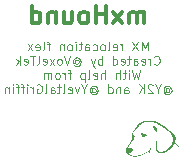
<source format=gbr>
%TF.GenerationSoftware,KiCad,Pcbnew,8.99.0-unknown-0a89236f19~177~ubuntu22.04.1*%
%TF.CreationDate,2024-04-01T21:40:26+10:00*%
%TF.ProjectId,MXBreakout,4d584272-6561-46b6-9f75-742e6b696361,rev?*%
%TF.SameCoordinates,Original*%
%TF.FileFunction,Legend,Bot*%
%TF.FilePolarity,Positive*%
%FSLAX46Y46*%
G04 Gerber Fmt 4.6, Leading zero omitted, Abs format (unit mm)*
G04 Created by KiCad (PCBNEW 8.99.0-unknown-0a89236f19~177~ubuntu22.04.1) date 2024-04-01 21:40:26*
%MOMM*%
%LPD*%
G01*
G04 APERTURE LIST*
%ADD10C,0.000000*%
%ADD11C,0.300000*%
%ADD12C,0.100000*%
G04 APERTURE END LIST*
D10*
G36*
X69289914Y-58333280D02*
G01*
X69317573Y-58334224D01*
X69343475Y-58335634D01*
X69366045Y-58337466D01*
X69383708Y-58339675D01*
X69429959Y-58348227D01*
X69452915Y-58353323D01*
X69475905Y-58359017D01*
X69499039Y-58365350D01*
X69522429Y-58372361D01*
X69570416Y-58388578D01*
X69620752Y-58407987D01*
X69674320Y-58430906D01*
X69732006Y-58457653D01*
X69794694Y-58488547D01*
X69891664Y-58539504D01*
X69992669Y-58596563D01*
X70097014Y-58659278D01*
X70204005Y-58727201D01*
X70312947Y-58799887D01*
X70423146Y-58876889D01*
X70533907Y-58957761D01*
X70644536Y-59042055D01*
X70723496Y-59104347D01*
X70799102Y-59166001D01*
X70870352Y-59226118D01*
X70936239Y-59283796D01*
X70995760Y-59338134D01*
X71047910Y-59388229D01*
X71070907Y-59411405D01*
X71091684Y-59433182D01*
X71110116Y-59453449D01*
X71126078Y-59472091D01*
X71139085Y-59488242D01*
X71151392Y-59504430D01*
X71163006Y-59520675D01*
X71173940Y-59536997D01*
X71184201Y-59553416D01*
X71193801Y-59569952D01*
X71202748Y-59586626D01*
X71211053Y-59603457D01*
X71218726Y-59620466D01*
X71225775Y-59637673D01*
X71232212Y-59655098D01*
X71238046Y-59672761D01*
X71243287Y-59690683D01*
X71247944Y-59708883D01*
X71252027Y-59727382D01*
X71255547Y-59746200D01*
X71257786Y-59759644D01*
X71259505Y-59771732D01*
X71260744Y-59783357D01*
X71261545Y-59795412D01*
X71261948Y-59808790D01*
X71261997Y-59824384D01*
X71261731Y-59843087D01*
X71261192Y-59865791D01*
X71259660Y-59902329D01*
X71258428Y-59919986D01*
X71256876Y-59937295D01*
X71254994Y-59954298D01*
X71252777Y-59971038D01*
X71250215Y-59987559D01*
X71247301Y-60003904D01*
X71244028Y-60020117D01*
X71240387Y-60036241D01*
X71236371Y-60052319D01*
X71231972Y-60068396D01*
X71227182Y-60084514D01*
X71221994Y-60100716D01*
X71210392Y-60133550D01*
X71198045Y-60166358D01*
X71206158Y-60172002D01*
X71216337Y-60179540D01*
X71228203Y-60189044D01*
X71256109Y-60213084D01*
X71288101Y-60242392D01*
X71322399Y-60275234D01*
X71357226Y-60309879D01*
X71390805Y-60344593D01*
X71421357Y-60377646D01*
X71447106Y-60407305D01*
X71464071Y-60428021D01*
X71479115Y-60446960D01*
X71492430Y-60464393D01*
X71504212Y-60480595D01*
X71514654Y-60495837D01*
X71519433Y-60503184D01*
X71523951Y-60510393D01*
X71528230Y-60517499D01*
X71532297Y-60524536D01*
X71539886Y-60538538D01*
X71542768Y-60544200D01*
X71545331Y-60549417D01*
X71546493Y-60551863D01*
X71547577Y-60554202D01*
X71548583Y-60556435D01*
X71549511Y-60558564D01*
X71550361Y-60560590D01*
X71551134Y-60562515D01*
X71551830Y-60564340D01*
X71552450Y-60566065D01*
X71552994Y-60567694D01*
X71553462Y-60569226D01*
X71553855Y-60570664D01*
X71554174Y-60572008D01*
X71554418Y-60573261D01*
X71554588Y-60574422D01*
X71554684Y-60575495D01*
X71554707Y-60576479D01*
X71554657Y-60577377D01*
X71554535Y-60578190D01*
X71554340Y-60578919D01*
X71554216Y-60579252D01*
X71554074Y-60579565D01*
X71553915Y-60579858D01*
X71553737Y-60580131D01*
X71553542Y-60580383D01*
X71553329Y-60580616D01*
X71553098Y-60580830D01*
X71552850Y-60581023D01*
X71552584Y-60581198D01*
X71552301Y-60581353D01*
X71551682Y-60581608D01*
X71550994Y-60581788D01*
X71550237Y-60581895D01*
X71549411Y-60581930D01*
X71548438Y-60581548D01*
X71546736Y-60580427D01*
X71541308Y-60576120D01*
X71533449Y-60569317D01*
X71523482Y-60560323D01*
X71498512Y-60536984D01*
X71468978Y-60508552D01*
X71442128Y-60482173D01*
X71419280Y-60460106D01*
X71398483Y-60440643D01*
X71377785Y-60422078D01*
X71355235Y-60402702D01*
X71328881Y-60380808D01*
X71256958Y-60322639D01*
X71227524Y-60299002D01*
X71201925Y-60278277D01*
X71182941Y-60262710D01*
X71176798Y-60257565D01*
X71173350Y-60254552D01*
X71172363Y-60253644D01*
X71171390Y-60252773D01*
X71170436Y-60251944D01*
X71169508Y-60251162D01*
X71168611Y-60250432D01*
X71167751Y-60249759D01*
X71166932Y-60249146D01*
X71166162Y-60248599D01*
X71165446Y-60248123D01*
X71164789Y-60247721D01*
X71164197Y-60247399D01*
X71163928Y-60247269D01*
X71163676Y-60247161D01*
X71163444Y-60247075D01*
X71163232Y-60247011D01*
X71163040Y-60246972D01*
X71162870Y-60246956D01*
X71162721Y-60246965D01*
X71162595Y-60246999D01*
X71162493Y-60247058D01*
X71162414Y-60247144D01*
X71161767Y-60248127D01*
X71160413Y-60250446D01*
X71155932Y-60258477D01*
X71149664Y-60270014D01*
X71142305Y-60283833D01*
X71122668Y-60319131D01*
X71101394Y-60354700D01*
X71078582Y-60390422D01*
X71054332Y-60426179D01*
X71028741Y-60461853D01*
X71001911Y-60497327D01*
X70973940Y-60532482D01*
X70944926Y-60567202D01*
X70914971Y-60601367D01*
X70884172Y-60634861D01*
X70852628Y-60667565D01*
X70820440Y-60699361D01*
X70787706Y-60730132D01*
X70754526Y-60759760D01*
X70720998Y-60788128D01*
X70687222Y-60815116D01*
X70649383Y-60843591D01*
X70610926Y-60870653D01*
X70571927Y-60896269D01*
X70532463Y-60920409D01*
X70492610Y-60943040D01*
X70452446Y-60964130D01*
X70412046Y-60983647D01*
X70371486Y-61001559D01*
X70330844Y-61017834D01*
X70290196Y-61032440D01*
X70249618Y-61045344D01*
X70209186Y-61056515D01*
X70168978Y-61065921D01*
X70129070Y-61073530D01*
X70089538Y-61079309D01*
X70050458Y-61083227D01*
X70032385Y-61084369D01*
X70014612Y-61085016D01*
X69997146Y-61085170D01*
X69979989Y-61084834D01*
X69963145Y-61084009D01*
X69946619Y-61082697D01*
X69930414Y-61080900D01*
X69914534Y-61078619D01*
X69898984Y-61075857D01*
X69883766Y-61072615D01*
X69868886Y-61068895D01*
X69854346Y-61064698D01*
X69840152Y-61060028D01*
X69826306Y-61054884D01*
X69812813Y-61049270D01*
X69799677Y-61043187D01*
X69786902Y-61036637D01*
X69774491Y-61029621D01*
X69762449Y-61022142D01*
X69750780Y-61014201D01*
X69739487Y-61005801D01*
X69728574Y-60996942D01*
X69718046Y-60987627D01*
X69707906Y-60977857D01*
X69698158Y-60967635D01*
X69688806Y-60956962D01*
X69679854Y-60945839D01*
X69671307Y-60934270D01*
X69663167Y-60922255D01*
X69655440Y-60909796D01*
X69648128Y-60896896D01*
X69641236Y-60883555D01*
X69634382Y-60869242D01*
X69628094Y-60855073D01*
X69622351Y-60840942D01*
X69617132Y-60826747D01*
X69612414Y-60812382D01*
X69608178Y-60797743D01*
X69604401Y-60782726D01*
X69601064Y-60767227D01*
X69598143Y-60751140D01*
X69595620Y-60734362D01*
X69593471Y-60716788D01*
X69591676Y-60698314D01*
X69589064Y-60658247D01*
X69587614Y-60613328D01*
X69587018Y-60566438D01*
X69587542Y-60521445D01*
X69589480Y-60474626D01*
X69593126Y-60422254D01*
X69598773Y-60360606D01*
X69606713Y-60285955D01*
X69630653Y-60082750D01*
X69648644Y-59931981D01*
X69660286Y-59832277D01*
X69666514Y-59774094D01*
X69671698Y-59719926D01*
X69675827Y-59669574D01*
X69678890Y-59622838D01*
X69680875Y-59579516D01*
X69681773Y-59539408D01*
X69681572Y-59502315D01*
X69680262Y-59468034D01*
X69677832Y-59436367D01*
X69674270Y-59407111D01*
X69669566Y-59380068D01*
X69663709Y-59355035D01*
X69656689Y-59331813D01*
X69648494Y-59310202D01*
X69639113Y-59290000D01*
X69628536Y-59271008D01*
X69620911Y-59258950D01*
X69612578Y-59246777D01*
X69603130Y-59233975D01*
X69592156Y-59220032D01*
X69579247Y-59204435D01*
X69563994Y-59186672D01*
X69545988Y-59166230D01*
X69524820Y-59142597D01*
X69486604Y-59099891D01*
X69470041Y-59081039D01*
X69455041Y-59063679D01*
X69441507Y-59047682D01*
X69429340Y-59032917D01*
X69418441Y-59019252D01*
X69408712Y-59006557D01*
X69400053Y-58994701D01*
X69392366Y-58983554D01*
X69385552Y-58972985D01*
X69379514Y-58962862D01*
X69374151Y-58953056D01*
X69369365Y-58943435D01*
X69365058Y-58933869D01*
X69361131Y-58924227D01*
X69356073Y-58910548D01*
X69353901Y-58904283D01*
X69351953Y-58898331D01*
X69350218Y-58892640D01*
X69348685Y-58887157D01*
X69347343Y-58881828D01*
X69346182Y-58876602D01*
X69345190Y-58871426D01*
X69344356Y-58866246D01*
X69343671Y-58861011D01*
X69343122Y-58855667D01*
X69342700Y-58850162D01*
X69342393Y-58844443D01*
X69342081Y-58832152D01*
X69342180Y-58824465D01*
X69342542Y-58817079D01*
X69343163Y-58809999D01*
X69344037Y-58803228D01*
X69345162Y-58796768D01*
X69346533Y-58790622D01*
X69348146Y-58784794D01*
X69349996Y-58779285D01*
X69352080Y-58774100D01*
X69354393Y-58769240D01*
X69356932Y-58764709D01*
X69359692Y-58760510D01*
X69362669Y-58756646D01*
X69365859Y-58753119D01*
X69369257Y-58749932D01*
X69372861Y-58747089D01*
X69376664Y-58744592D01*
X69380664Y-58742444D01*
X69384857Y-58740648D01*
X69389237Y-58739207D01*
X69393802Y-58738124D01*
X69398546Y-58737402D01*
X69403466Y-58737043D01*
X69408557Y-58737051D01*
X69413816Y-58737429D01*
X69419238Y-58738179D01*
X69424820Y-58739304D01*
X69430556Y-58740807D01*
X69436444Y-58742691D01*
X69442478Y-58744960D01*
X69448654Y-58747615D01*
X69454970Y-58750661D01*
X69470490Y-58759200D01*
X69486049Y-58769153D01*
X69501578Y-58780436D01*
X69517009Y-58792967D01*
X69532272Y-58806660D01*
X69547299Y-58821435D01*
X69562021Y-58837206D01*
X69576369Y-58853892D01*
X69590275Y-58871409D01*
X69603670Y-58889674D01*
X69616485Y-58908603D01*
X69628652Y-58928113D01*
X69640101Y-58948122D01*
X69650764Y-58968546D01*
X69660573Y-58989301D01*
X69669458Y-59010305D01*
X69675711Y-59026723D01*
X69681515Y-59043357D01*
X69686882Y-59060289D01*
X69691827Y-59077603D01*
X69696362Y-59095382D01*
X69700501Y-59113710D01*
X69707647Y-59152342D01*
X69713370Y-59194167D01*
X69717778Y-59239848D01*
X69720979Y-59290052D01*
X69723081Y-59345444D01*
X69723676Y-59425519D01*
X69720699Y-59527522D01*
X69712563Y-59686211D01*
X69697681Y-59936347D01*
X69689551Y-60084093D01*
X69684236Y-60214826D01*
X69681774Y-60330090D01*
X69682202Y-60431426D01*
X69683512Y-60477353D01*
X69685557Y-60520377D01*
X69688344Y-60560689D01*
X69691876Y-60598483D01*
X69696159Y-60633952D01*
X69701197Y-60667288D01*
X69706994Y-60698684D01*
X69713555Y-60728333D01*
X69721991Y-60760589D01*
X69731365Y-60790075D01*
X69741790Y-60816873D01*
X69747430Y-60829291D01*
X69753375Y-60841067D01*
X69759639Y-60852214D01*
X69766235Y-60862740D01*
X69773177Y-60872656D01*
X69780479Y-60881973D01*
X69788155Y-60890701D01*
X69796219Y-60898850D01*
X69804686Y-60906431D01*
X69813568Y-60913453D01*
X69822880Y-60919928D01*
X69832637Y-60925865D01*
X69842851Y-60931275D01*
X69853537Y-60936169D01*
X69864708Y-60940556D01*
X69876380Y-60944447D01*
X69888565Y-60947852D01*
X69901277Y-60950781D01*
X69914532Y-60953246D01*
X69928341Y-60955256D01*
X69957683Y-60957953D01*
X69989415Y-60958955D01*
X70023647Y-60958344D01*
X70036472Y-60957686D01*
X70049913Y-60956784D01*
X70063725Y-60955659D01*
X70077666Y-60954331D01*
X70091492Y-60952822D01*
X70104957Y-60951151D01*
X70117819Y-60949339D01*
X70129833Y-60947408D01*
X70168098Y-60940058D01*
X70205320Y-60931323D01*
X70241621Y-60921131D01*
X70277124Y-60909413D01*
X70311950Y-60896096D01*
X70346223Y-60881111D01*
X70380065Y-60864387D01*
X70413599Y-60845852D01*
X70446947Y-60825436D01*
X70480231Y-60803069D01*
X70513573Y-60778679D01*
X70547098Y-60752195D01*
X70580926Y-60723547D01*
X70615180Y-60692665D01*
X70649984Y-60659476D01*
X70685458Y-60623911D01*
X70730114Y-60576701D01*
X70751133Y-60553470D01*
X70771305Y-60530458D01*
X70790645Y-60507640D01*
X70809172Y-60484992D01*
X70826903Y-60462491D01*
X70843856Y-60440114D01*
X70860048Y-60417835D01*
X70875497Y-60395632D01*
X70890220Y-60373480D01*
X70904236Y-60351357D01*
X70917561Y-60329237D01*
X70930213Y-60307098D01*
X70942210Y-60284916D01*
X70953570Y-60262666D01*
X70964244Y-60240574D01*
X70974057Y-60219078D01*
X70983033Y-60198080D01*
X70991195Y-60177481D01*
X70998568Y-60157185D01*
X71005176Y-60137093D01*
X71011041Y-60117105D01*
X71016188Y-60097125D01*
X71020640Y-60077054D01*
X71024421Y-60056794D01*
X71027556Y-60036247D01*
X71030067Y-60015314D01*
X71031979Y-59993897D01*
X71033315Y-59971899D01*
X71034100Y-59949220D01*
X71034356Y-59925764D01*
X71033620Y-59890565D01*
X71031412Y-59855746D01*
X71027733Y-59821304D01*
X71022582Y-59787238D01*
X71015959Y-59753545D01*
X71007864Y-59720226D01*
X70998298Y-59687277D01*
X70987260Y-59654698D01*
X70974750Y-59622487D01*
X70960768Y-59590642D01*
X70945315Y-59559162D01*
X70928390Y-59528045D01*
X70909993Y-59497290D01*
X70890125Y-59466895D01*
X70868784Y-59436859D01*
X70845972Y-59407180D01*
X70828752Y-59386765D01*
X70807360Y-59363182D01*
X70782751Y-59337367D01*
X70755882Y-59310254D01*
X70727706Y-59282778D01*
X70699178Y-59255872D01*
X70671254Y-59230470D01*
X70644889Y-59207508D01*
X70591293Y-59163160D01*
X70534150Y-59117506D01*
X70474146Y-59071057D01*
X70411967Y-59024328D01*
X70348301Y-58977830D01*
X70283832Y-58932077D01*
X70219247Y-58887580D01*
X70155233Y-58844852D01*
X70051434Y-58777758D01*
X69955936Y-58718271D01*
X69867946Y-58665961D01*
X69786669Y-58620398D01*
X69748300Y-58600012D01*
X69711312Y-58581151D01*
X69675606Y-58563762D01*
X69641082Y-58547791D01*
X69607641Y-58533185D01*
X69575184Y-58519889D01*
X69543612Y-58507850D01*
X69512825Y-58497014D01*
X69477804Y-58485793D01*
X69445445Y-58476834D01*
X69429617Y-58473123D01*
X69413681Y-58469883D01*
X69397376Y-58467083D01*
X69380445Y-58464690D01*
X69362630Y-58462674D01*
X69343671Y-58461002D01*
X69301291Y-58458566D01*
X69251238Y-58457131D01*
X69191444Y-58456444D01*
X69136902Y-58455672D01*
X69086096Y-58454504D01*
X69044750Y-58453071D01*
X69029411Y-58452296D01*
X69018583Y-58451505D01*
X69008587Y-58450731D01*
X68995631Y-58450006D01*
X68963021Y-58448771D01*
X68925119Y-58447933D01*
X68886292Y-58447625D01*
X68860593Y-58447697D01*
X68838595Y-58447939D01*
X68819598Y-58448387D01*
X68802904Y-58449080D01*
X68787814Y-58450053D01*
X68773629Y-58451345D01*
X68759651Y-58452993D01*
X68745181Y-58455033D01*
X68718489Y-58459289D01*
X68691888Y-58464241D01*
X68665419Y-58469875D01*
X68639121Y-58476178D01*
X68613037Y-58483133D01*
X68587206Y-58490727D01*
X68561669Y-58498945D01*
X68536468Y-58507773D01*
X68511644Y-58517197D01*
X68487236Y-58527201D01*
X68463286Y-58537771D01*
X68439835Y-58548894D01*
X68416923Y-58560554D01*
X68394592Y-58572737D01*
X68372882Y-58585428D01*
X68351833Y-58598614D01*
X68331977Y-58611884D01*
X68312346Y-58625915D01*
X68292917Y-58640730D01*
X68273666Y-58656353D01*
X68254569Y-58672810D01*
X68235605Y-58690124D01*
X68216749Y-58708320D01*
X68197978Y-58727422D01*
X68179269Y-58747453D01*
X68160600Y-58768440D01*
X68141945Y-58790405D01*
X68123283Y-58813373D01*
X68104590Y-58837368D01*
X68085842Y-58862415D01*
X68067017Y-58888538D01*
X68048092Y-58915761D01*
X68005328Y-58977659D01*
X67986706Y-59004085D01*
X67969577Y-59027895D01*
X67953679Y-59049387D01*
X67938753Y-59068861D01*
X67924537Y-59086617D01*
X67910773Y-59102953D01*
X67897199Y-59118169D01*
X67883554Y-59132564D01*
X67869579Y-59146437D01*
X67855012Y-59160087D01*
X67839594Y-59173813D01*
X67823064Y-59187916D01*
X67805161Y-59202693D01*
X67785625Y-59218444D01*
X67771601Y-59229739D01*
X67758729Y-59240247D01*
X67746954Y-59250021D01*
X67736220Y-59259118D01*
X67726471Y-59267593D01*
X67717654Y-59275501D01*
X67709712Y-59282897D01*
X67702590Y-59289838D01*
X67696233Y-59296377D01*
X67690585Y-59302570D01*
X67685592Y-59308473D01*
X67681197Y-59314141D01*
X67677346Y-59319629D01*
X67673984Y-59324992D01*
X67671054Y-59330286D01*
X67668503Y-59335566D01*
X67664577Y-59344790D01*
X67661418Y-59353757D01*
X67659058Y-59362593D01*
X67657528Y-59371423D01*
X67656861Y-59380370D01*
X67657086Y-59389560D01*
X67658237Y-59399117D01*
X67660345Y-59409165D01*
X67663440Y-59419829D01*
X67667555Y-59431233D01*
X67672722Y-59443503D01*
X67678970Y-59456762D01*
X67686333Y-59471135D01*
X67694842Y-59486747D01*
X67704528Y-59503723D01*
X67715422Y-59522186D01*
X67724282Y-59537266D01*
X67732984Y-59552343D01*
X67741306Y-59567014D01*
X67749024Y-59580879D01*
X67755916Y-59593537D01*
X67761757Y-59604587D01*
X67766326Y-59613627D01*
X67769397Y-59620258D01*
X67773354Y-59630259D01*
X67776756Y-59640040D01*
X67779604Y-59649631D01*
X67781899Y-59659058D01*
X67783639Y-59668351D01*
X67784826Y-59677538D01*
X67785458Y-59686648D01*
X67785537Y-59695708D01*
X67785061Y-59704748D01*
X67784032Y-59713796D01*
X67782449Y-59722880D01*
X67780311Y-59732028D01*
X67777620Y-59741269D01*
X67774375Y-59750632D01*
X67770575Y-59760145D01*
X67766222Y-59769836D01*
X67759546Y-59783197D01*
X67752299Y-59796426D01*
X67743811Y-59810516D01*
X67733414Y-59826457D01*
X67720437Y-59845242D01*
X67704211Y-59867864D01*
X67659331Y-59928586D01*
X67627937Y-59971084D01*
X67599017Y-60011599D01*
X67571237Y-60052212D01*
X67543267Y-60095009D01*
X67513775Y-60142071D01*
X67481431Y-60195484D01*
X67402861Y-60329694D01*
X67346637Y-60426752D01*
X67297028Y-60511375D01*
X67285199Y-60531460D01*
X67274675Y-60549471D01*
X67265399Y-60565540D01*
X67257313Y-60579803D01*
X67250357Y-60592390D01*
X67244473Y-60603437D01*
X67241915Y-60608424D01*
X67239603Y-60613076D01*
X67237530Y-60617410D01*
X67235689Y-60621441D01*
X67234071Y-60625188D01*
X67232671Y-60628665D01*
X67231481Y-60631891D01*
X67230493Y-60634881D01*
X67229700Y-60637653D01*
X67229094Y-60640223D01*
X67228670Y-60642608D01*
X67228418Y-60644824D01*
X67228332Y-60646888D01*
X67228405Y-60648817D01*
X67228629Y-60650627D01*
X67228997Y-60652335D01*
X67229502Y-60653958D01*
X67230137Y-60655513D01*
X67230893Y-60657016D01*
X67231764Y-60658483D01*
X67232675Y-60659795D01*
X67233577Y-60660958D01*
X67234505Y-60661983D01*
X67235490Y-60662876D01*
X67236566Y-60663648D01*
X67237767Y-60664306D01*
X67239124Y-60664860D01*
X67240672Y-60665318D01*
X67242442Y-60665690D01*
X67244469Y-60665983D01*
X67246786Y-60666207D01*
X67249425Y-60666371D01*
X67255802Y-60666552D01*
X67263867Y-60666597D01*
X67270249Y-60666437D01*
X67278083Y-60665980D01*
X67287065Y-60665257D01*
X67296896Y-60664304D01*
X67307271Y-60663152D01*
X67317891Y-60661834D01*
X67328453Y-60660385D01*
X67338656Y-60658836D01*
X67351716Y-60656851D01*
X67365285Y-60655132D01*
X67379242Y-60653676D01*
X67393468Y-60652486D01*
X67422247Y-60650898D01*
X67450663Y-60650369D01*
X67464434Y-60650501D01*
X67477755Y-60650898D01*
X67490505Y-60651560D01*
X67502565Y-60652486D01*
X67513815Y-60653676D01*
X67524134Y-60655132D01*
X67533403Y-60656851D01*
X67541503Y-60658836D01*
X67548649Y-60660890D01*
X67555659Y-60663079D01*
X67562523Y-60665398D01*
X67569229Y-60667843D01*
X67575765Y-60670407D01*
X67582120Y-60673086D01*
X67588284Y-60675875D01*
X67594243Y-60678768D01*
X67599988Y-60681760D01*
X67605506Y-60684846D01*
X67610786Y-60688021D01*
X67615818Y-60691280D01*
X67620589Y-60694618D01*
X67625088Y-60698029D01*
X67629304Y-60701508D01*
X67633225Y-60705050D01*
X67643085Y-60715139D01*
X67647370Y-60720275D01*
X67651221Y-60725487D01*
X67654635Y-60730786D01*
X67657610Y-60736181D01*
X67660142Y-60741684D01*
X67662230Y-60747306D01*
X67663870Y-60753057D01*
X67665060Y-60758947D01*
X67665797Y-60764989D01*
X67666079Y-60771191D01*
X67665902Y-60777566D01*
X67665264Y-60784124D01*
X67664162Y-60790875D01*
X67662594Y-60797830D01*
X67660556Y-60805000D01*
X67658047Y-60812396D01*
X67651601Y-60827909D01*
X67643235Y-60844452D01*
X67632927Y-60862113D01*
X67620656Y-60880977D01*
X67606399Y-60901129D01*
X67590135Y-60922656D01*
X67571842Y-60945644D01*
X67560733Y-60958973D01*
X67549647Y-60971825D01*
X67538607Y-60984180D01*
X67527634Y-60996014D01*
X67516753Y-61007307D01*
X67505985Y-61018036D01*
X67495354Y-61028181D01*
X67484882Y-61037719D01*
X67474592Y-61046629D01*
X67464506Y-61054888D01*
X67454648Y-61062476D01*
X67445040Y-61069370D01*
X67435705Y-61075549D01*
X67426665Y-61080991D01*
X67417944Y-61085674D01*
X67409564Y-61089577D01*
X67404752Y-61091562D01*
X67399727Y-61093284D01*
X67394517Y-61094744D01*
X67389147Y-61095944D01*
X67383645Y-61096886D01*
X67378037Y-61097571D01*
X67372351Y-61098000D01*
X67366613Y-61098176D01*
X67360851Y-61098100D01*
X67355090Y-61097773D01*
X67349358Y-61097197D01*
X67343683Y-61096374D01*
X67338090Y-61095304D01*
X67332606Y-61093991D01*
X67327259Y-61092434D01*
X67322075Y-61090636D01*
X67320105Y-61089859D01*
X67318171Y-61089119D01*
X67316285Y-61088420D01*
X67314457Y-61087764D01*
X67312700Y-61087156D01*
X67311025Y-61086599D01*
X67309442Y-61086097D01*
X67307964Y-61085653D01*
X67306602Y-61085271D01*
X67305366Y-61084955D01*
X67304270Y-61084708D01*
X67303323Y-61084534D01*
X67302537Y-61084436D01*
X67301924Y-61084419D01*
X67301686Y-61084441D01*
X67301495Y-61084485D01*
X67301353Y-61084551D01*
X67301261Y-61084638D01*
X67301053Y-61085110D01*
X67301082Y-61085852D01*
X67301814Y-61088096D01*
X67303377Y-61091260D01*
X67305687Y-61095233D01*
X67308666Y-61099905D01*
X67312231Y-61105164D01*
X67320796Y-61117006D01*
X67330734Y-61129873D01*
X67341395Y-61142880D01*
X67352131Y-61155143D01*
X67357324Y-61160719D01*
X67362292Y-61165777D01*
X67375217Y-61178409D01*
X67381600Y-61184312D01*
X67387973Y-61189970D01*
X67394369Y-61195407D01*
X67400820Y-61200647D01*
X67407358Y-61205711D01*
X67414018Y-61210624D01*
X67420830Y-61215409D01*
X67427828Y-61220089D01*
X67435044Y-61224688D01*
X67442510Y-61229228D01*
X67450260Y-61233733D01*
X67458325Y-61238226D01*
X67475533Y-61247269D01*
X67499700Y-61258750D01*
X67524716Y-61269115D01*
X67550598Y-61278366D01*
X67577359Y-61286505D01*
X67605016Y-61293531D01*
X67633583Y-61299446D01*
X67663074Y-61304251D01*
X67693506Y-61307947D01*
X67724893Y-61310535D01*
X67757249Y-61312016D01*
X67790591Y-61312392D01*
X67824932Y-61311662D01*
X67860289Y-61309829D01*
X67896675Y-61306893D01*
X67934106Y-61302855D01*
X67972597Y-61297716D01*
X68017856Y-61290571D01*
X68063816Y-61282138D01*
X68110294Y-61272481D01*
X68157106Y-61261661D01*
X68204068Y-61249740D01*
X68250999Y-61236777D01*
X68297713Y-61222837D01*
X68344028Y-61207978D01*
X68389760Y-61192265D01*
X68434726Y-61175756D01*
X68478742Y-61158516D01*
X68521624Y-61140603D01*
X68563190Y-61122081D01*
X68603256Y-61103011D01*
X68641638Y-61083454D01*
X68678153Y-61063472D01*
X68706695Y-61046993D01*
X68734213Y-61030417D01*
X68760859Y-61013621D01*
X68786781Y-60996483D01*
X68812130Y-60978879D01*
X68837058Y-60960687D01*
X68861713Y-60941786D01*
X68886248Y-60922052D01*
X68910811Y-60901363D01*
X68935553Y-60879597D01*
X68960625Y-60856630D01*
X68986177Y-60832342D01*
X69012360Y-60806608D01*
X69039323Y-60779307D01*
X69096194Y-60719514D01*
X69128055Y-60685239D01*
X69155549Y-60655925D01*
X69175768Y-60634682D01*
X69182239Y-60628057D01*
X69185800Y-60624616D01*
X69194972Y-60615797D01*
X69190033Y-60631672D01*
X69188615Y-60636033D01*
X69186296Y-60642553D01*
X69179450Y-60660776D01*
X69170487Y-60683762D01*
X69160400Y-60708930D01*
X69143193Y-60752813D01*
X69128771Y-60791971D01*
X69122557Y-60809955D01*
X69116980Y-60826969D01*
X69112020Y-60843086D01*
X69107660Y-60858376D01*
X69103878Y-60872908D01*
X69100655Y-60886756D01*
X69097972Y-60899988D01*
X69095809Y-60912676D01*
X69094146Y-60924891D01*
X69092963Y-60936703D01*
X69092241Y-60948183D01*
X69091961Y-60959403D01*
X69092053Y-60973035D01*
X69092332Y-60979174D01*
X69092827Y-60985051D01*
X69093579Y-60990805D01*
X69094634Y-60996579D01*
X69096035Y-61002512D01*
X69097826Y-61008747D01*
X69100051Y-61015425D01*
X69102755Y-61022685D01*
X69105980Y-61030671D01*
X69109771Y-61039522D01*
X69119226Y-61060384D01*
X69131472Y-61086402D01*
X69147905Y-61121416D01*
X69163586Y-61156164D01*
X69178886Y-61191574D01*
X69194178Y-61228572D01*
X69209834Y-61268083D01*
X69226226Y-61311034D01*
X69262706Y-61410958D01*
X69284124Y-61471916D01*
X69305733Y-61535478D01*
X69326665Y-61598891D01*
X69346049Y-61659402D01*
X69363020Y-61714257D01*
X69376708Y-61760704D01*
X69386245Y-61795989D01*
X69389186Y-61808585D01*
X69390764Y-61817358D01*
X69392528Y-61832528D01*
X69385472Y-61817005D01*
X69383266Y-61811663D01*
X69379927Y-61802580D01*
X69370479Y-61775157D01*
X69358386Y-61738672D01*
X69344903Y-61697061D01*
X69314769Y-61603157D01*
X69287587Y-61521962D01*
X69262539Y-61451432D01*
X69238805Y-61389527D01*
X69227175Y-61361170D01*
X69215567Y-61334203D01*
X69203878Y-61308370D01*
X69192007Y-61283418D01*
X69179850Y-61259089D01*
X69167305Y-61235130D01*
X69140645Y-61187297D01*
X69120258Y-61153533D01*
X69095357Y-61114498D01*
X69067942Y-61073090D01*
X69040015Y-61032207D01*
X69013576Y-60994747D01*
X68990626Y-60963608D01*
X68981085Y-60951315D01*
X68973166Y-60941688D01*
X68967120Y-60935091D01*
X68963197Y-60931886D01*
X68958564Y-60929865D01*
X68953514Y-60928572D01*
X68948028Y-60928014D01*
X68942086Y-60928198D01*
X68935668Y-60929133D01*
X68928756Y-60930825D01*
X68921329Y-60933284D01*
X68913367Y-60936516D01*
X68904852Y-60940529D01*
X68895763Y-60945332D01*
X68886081Y-60950931D01*
X68875786Y-60957335D01*
X68864858Y-60964552D01*
X68853278Y-60972588D01*
X68841026Y-60981453D01*
X68828083Y-60991152D01*
X68730364Y-61065236D01*
X68708533Y-61081266D01*
X68685892Y-61096705D01*
X68662027Y-61111788D01*
X68636525Y-61126751D01*
X68608973Y-61141831D01*
X68578956Y-61157261D01*
X68546062Y-61173279D01*
X68509878Y-61190119D01*
X68439223Y-61221021D01*
X68367510Y-61249612D01*
X68295168Y-61275763D01*
X68222629Y-61299348D01*
X68150320Y-61320237D01*
X68078673Y-61338302D01*
X68008118Y-61353416D01*
X67939083Y-61365450D01*
X67913532Y-61368632D01*
X67883433Y-61371265D01*
X67850357Y-61373294D01*
X67815876Y-61374666D01*
X67781560Y-61375327D01*
X67748980Y-61375223D01*
X67719708Y-61374300D01*
X67695314Y-61372505D01*
X67660160Y-61368050D01*
X67625122Y-61361981D01*
X67590266Y-61354331D01*
X67555658Y-61345132D01*
X67521364Y-61334415D01*
X67487451Y-61322214D01*
X67453984Y-61308559D01*
X67421029Y-61293483D01*
X67388654Y-61277018D01*
X67356923Y-61259196D01*
X67325903Y-61240049D01*
X67295661Y-61219609D01*
X67266262Y-61197908D01*
X67237772Y-61174979D01*
X67210258Y-61150852D01*
X67183786Y-61125561D01*
X67175281Y-61116927D01*
X67167089Y-61108348D01*
X67159202Y-61099812D01*
X67151612Y-61091308D01*
X67144308Y-61082825D01*
X67137284Y-61074352D01*
X67130528Y-61065876D01*
X67124034Y-61057387D01*
X67117792Y-61048873D01*
X67111794Y-61040322D01*
X67106030Y-61031725D01*
X67100492Y-61023068D01*
X67095171Y-61014341D01*
X67090058Y-61005532D01*
X67085145Y-60996631D01*
X67080422Y-60987625D01*
X67072529Y-60971596D01*
X67065515Y-60956016D01*
X67059372Y-60940830D01*
X67054096Y-60925982D01*
X67049680Y-60911418D01*
X67046117Y-60897081D01*
X67043402Y-60882918D01*
X67041528Y-60868871D01*
X67040490Y-60854886D01*
X67040280Y-60840908D01*
X67040893Y-60826882D01*
X67042322Y-60812752D01*
X67044562Y-60798462D01*
X67047606Y-60783958D01*
X67051447Y-60769185D01*
X67056081Y-60754086D01*
X67062971Y-60735159D01*
X67071832Y-60714025D01*
X67095239Y-60665506D01*
X67125856Y-60609264D01*
X67163237Y-60546035D01*
X67206934Y-60476556D01*
X67256502Y-60401562D01*
X67311494Y-60321788D01*
X67371464Y-60237972D01*
X67409917Y-60184481D01*
X67441490Y-60139382D01*
X67454987Y-60119491D01*
X67467111Y-60101112D01*
X67477978Y-60084050D01*
X67487704Y-60068109D01*
X67496405Y-60053095D01*
X67504197Y-60038811D01*
X67511194Y-60025062D01*
X67517514Y-60011654D01*
X67523271Y-59998390D01*
X67528582Y-59985076D01*
X67533563Y-59971515D01*
X67538328Y-59957514D01*
X67546379Y-59932102D01*
X67552466Y-59909734D01*
X67554863Y-59898647D01*
X67556876Y-59887068D01*
X67558540Y-59874580D01*
X67559891Y-59860764D01*
X67561799Y-59827482D01*
X67562884Y-59783881D01*
X67563728Y-59652361D01*
X67563874Y-59588017D01*
X67564103Y-59538651D01*
X67564274Y-59518839D01*
X67564497Y-59501877D01*
X67564782Y-59487467D01*
X67565139Y-59475310D01*
X67565579Y-59465109D01*
X67566112Y-59456566D01*
X67566748Y-59449381D01*
X67567498Y-59443257D01*
X67568372Y-59437896D01*
X67569381Y-59433000D01*
X67570534Y-59428270D01*
X67571842Y-59423408D01*
X67575967Y-59408827D01*
X67578112Y-59402084D01*
X67580369Y-59395594D01*
X67582781Y-59389273D01*
X67585391Y-59383038D01*
X67588242Y-59376806D01*
X67591377Y-59370491D01*
X67594838Y-59364012D01*
X67598669Y-59357283D01*
X67602912Y-59350221D01*
X67607610Y-59342743D01*
X67618544Y-59326202D01*
X67631814Y-59306991D01*
X67663647Y-59260717D01*
X67679594Y-59236465D01*
X67696769Y-59209581D01*
X67738424Y-59142239D01*
X67795856Y-59047347D01*
X67837146Y-58979617D01*
X67874029Y-58920573D01*
X67907390Y-58868945D01*
X67938113Y-58823465D01*
X67967084Y-58782863D01*
X67981188Y-58763995D01*
X67995186Y-58745871D01*
X68009188Y-58728331D01*
X68023305Y-58711218D01*
X68052325Y-58677636D01*
X68075720Y-58652395D01*
X68100196Y-58627912D01*
X68125653Y-58604250D01*
X68151990Y-58581471D01*
X68179107Y-58559639D01*
X68206902Y-58538816D01*
X68235274Y-58519067D01*
X68264124Y-58500453D01*
X68293350Y-58483038D01*
X68322851Y-58466886D01*
X68352527Y-58452058D01*
X68382277Y-58438618D01*
X68412000Y-58426629D01*
X68441595Y-58416154D01*
X68470962Y-58407257D01*
X68500000Y-58400000D01*
X68521542Y-58395567D01*
X68542758Y-58391990D01*
X68565205Y-58389166D01*
X68590443Y-58386991D01*
X68620031Y-58385361D01*
X68655525Y-58384174D01*
X68750472Y-58382713D01*
X68841649Y-58381573D01*
X68874093Y-58380400D01*
X68903093Y-58378348D01*
X68932639Y-58375055D01*
X68966720Y-58370162D01*
X69064444Y-58354139D01*
X69104606Y-58347689D01*
X69142320Y-58341968D01*
X69173288Y-58337569D01*
X69193208Y-58335088D01*
X69212145Y-58333708D01*
X69235624Y-58332977D01*
X69262072Y-58332850D01*
X69289914Y-58333280D01*
G37*
G36*
X68414591Y-59394621D02*
G01*
X68422813Y-59394921D01*
X68431561Y-59395494D01*
X68450847Y-59397475D01*
X68472869Y-59400593D01*
X68498050Y-59404877D01*
X68526811Y-59410355D01*
X68558238Y-59416921D01*
X68587610Y-59423542D01*
X68614998Y-59430247D01*
X68640472Y-59437067D01*
X68664102Y-59444032D01*
X68685958Y-59451171D01*
X68706111Y-59458515D01*
X68724631Y-59466094D01*
X68741589Y-59473937D01*
X68757054Y-59482075D01*
X68764249Y-59486264D01*
X68771097Y-59490538D01*
X68777607Y-59494900D01*
X68783788Y-59499354D01*
X68789648Y-59503905D01*
X68795197Y-59508556D01*
X68800443Y-59513310D01*
X68805395Y-59518172D01*
X68810062Y-59523144D01*
X68814452Y-59528232D01*
X68818575Y-59533438D01*
X68822439Y-59538766D01*
X68823927Y-59541014D01*
X68825345Y-59543255D01*
X68826691Y-59545481D01*
X68827962Y-59547685D01*
X68829154Y-59549860D01*
X68830265Y-59552000D01*
X68831291Y-59554095D01*
X68832229Y-59556141D01*
X68833075Y-59558128D01*
X68833828Y-59560050D01*
X68834484Y-59561900D01*
X68835040Y-59563670D01*
X68835492Y-59565354D01*
X68835838Y-59566943D01*
X68836074Y-59568431D01*
X68836197Y-59569811D01*
X68836903Y-59581805D01*
X68813972Y-59583922D01*
X68811548Y-59584157D01*
X68809051Y-59584461D01*
X68806498Y-59584831D01*
X68803907Y-59585261D01*
X68798680Y-59586284D01*
X68793511Y-59587494D01*
X68788541Y-59588852D01*
X68786174Y-59589575D01*
X68783909Y-59590321D01*
X68781764Y-59591086D01*
X68779757Y-59591866D01*
X68777905Y-59592654D01*
X68776225Y-59593447D01*
X68774482Y-59594464D01*
X68772315Y-59595909D01*
X68766838Y-59599979D01*
X68760046Y-59605446D01*
X68752192Y-59612100D01*
X68743528Y-59619730D01*
X68734305Y-59628124D01*
X68724777Y-59637072D01*
X68715194Y-59646363D01*
X68706468Y-59654823D01*
X68698251Y-59662630D01*
X68690497Y-59669816D01*
X68683163Y-59676416D01*
X68676203Y-59682461D01*
X68669572Y-59687986D01*
X68663226Y-59693022D01*
X68657118Y-59697604D01*
X68651205Y-59701765D01*
X68645442Y-59705536D01*
X68639782Y-59708953D01*
X68634182Y-59712046D01*
X68628597Y-59714851D01*
X68622981Y-59717399D01*
X68617290Y-59719723D01*
X68611478Y-59721858D01*
X68604417Y-59723996D01*
X68597146Y-59725652D01*
X68589693Y-59726830D01*
X68582087Y-59727535D01*
X68574357Y-59727774D01*
X68566532Y-59727551D01*
X68558640Y-59726870D01*
X68550712Y-59725739D01*
X68542775Y-59724160D01*
X68534859Y-59722140D01*
X68526992Y-59719685D01*
X68519204Y-59716798D01*
X68511524Y-59713485D01*
X68503980Y-59709752D01*
X68496601Y-59705603D01*
X68489417Y-59701044D01*
X68481321Y-59695307D01*
X68472941Y-59688715D01*
X68464321Y-59681323D01*
X68455506Y-59673186D01*
X68446542Y-59664358D01*
X68437476Y-59654895D01*
X68428351Y-59644851D01*
X68419214Y-59634281D01*
X68410110Y-59623240D01*
X68401084Y-59611782D01*
X68392183Y-59599962D01*
X68383451Y-59587835D01*
X68374934Y-59575457D01*
X68366678Y-59562881D01*
X68358727Y-59550162D01*
X68351128Y-59537355D01*
X68346234Y-59528573D01*
X68341742Y-59519966D01*
X68337657Y-59511551D01*
X68333985Y-59503345D01*
X68330730Y-59495367D01*
X68327898Y-59487634D01*
X68325494Y-59480164D01*
X68323523Y-59472973D01*
X68321990Y-59466080D01*
X68320901Y-59459503D01*
X68320260Y-59453258D01*
X68320072Y-59447364D01*
X68320344Y-59441837D01*
X68320654Y-59439218D01*
X68321080Y-59436696D01*
X68321623Y-59434276D01*
X68322285Y-59431958D01*
X68323065Y-59429746D01*
X68323964Y-59427641D01*
X68325174Y-59425340D01*
X68326679Y-59423070D01*
X68328471Y-59420838D01*
X68330540Y-59418651D01*
X68332875Y-59416516D01*
X68335467Y-59414439D01*
X68338306Y-59412427D01*
X68341382Y-59410487D01*
X68344686Y-59408626D01*
X68348207Y-59406850D01*
X68351936Y-59405166D01*
X68355863Y-59403581D01*
X68359978Y-59402101D01*
X68364271Y-59400733D01*
X68368733Y-59399484D01*
X68373353Y-59398361D01*
X68379526Y-59397096D01*
X68385908Y-59396084D01*
X68392553Y-59395326D01*
X68399514Y-59394827D01*
X68406842Y-59394591D01*
X68414591Y-59394621D01*
G37*
D11*
X68600000Y-50100828D02*
X68600000Y-49100828D01*
X68600000Y-49243685D02*
X68528571Y-49172257D01*
X68528571Y-49172257D02*
X68385714Y-49100828D01*
X68385714Y-49100828D02*
X68171428Y-49100828D01*
X68171428Y-49100828D02*
X68028571Y-49172257D01*
X68028571Y-49172257D02*
X67957143Y-49315114D01*
X67957143Y-49315114D02*
X67957143Y-50100828D01*
X67957143Y-49315114D02*
X67885714Y-49172257D01*
X67885714Y-49172257D02*
X67742857Y-49100828D01*
X67742857Y-49100828D02*
X67528571Y-49100828D01*
X67528571Y-49100828D02*
X67385714Y-49172257D01*
X67385714Y-49172257D02*
X67314285Y-49315114D01*
X67314285Y-49315114D02*
X67314285Y-50100828D01*
X66742857Y-50100828D02*
X65957143Y-49100828D01*
X66742857Y-49100828D02*
X65957143Y-50100828D01*
X65385714Y-50100828D02*
X65385714Y-48600828D01*
X65385714Y-49315114D02*
X64528571Y-49315114D01*
X64528571Y-50100828D02*
X64528571Y-48600828D01*
X63599999Y-50100828D02*
X63742856Y-50029400D01*
X63742856Y-50029400D02*
X63814285Y-49957971D01*
X63814285Y-49957971D02*
X63885713Y-49815114D01*
X63885713Y-49815114D02*
X63885713Y-49386542D01*
X63885713Y-49386542D02*
X63814285Y-49243685D01*
X63814285Y-49243685D02*
X63742856Y-49172257D01*
X63742856Y-49172257D02*
X63599999Y-49100828D01*
X63599999Y-49100828D02*
X63385713Y-49100828D01*
X63385713Y-49100828D02*
X63242856Y-49172257D01*
X63242856Y-49172257D02*
X63171428Y-49243685D01*
X63171428Y-49243685D02*
X63099999Y-49386542D01*
X63099999Y-49386542D02*
X63099999Y-49815114D01*
X63099999Y-49815114D02*
X63171428Y-49957971D01*
X63171428Y-49957971D02*
X63242856Y-50029400D01*
X63242856Y-50029400D02*
X63385713Y-50100828D01*
X63385713Y-50100828D02*
X63599999Y-50100828D01*
X61814285Y-49100828D02*
X61814285Y-50100828D01*
X62457142Y-49100828D02*
X62457142Y-49886542D01*
X62457142Y-49886542D02*
X62385713Y-50029400D01*
X62385713Y-50029400D02*
X62242856Y-50100828D01*
X62242856Y-50100828D02*
X62028570Y-50100828D01*
X62028570Y-50100828D02*
X61885713Y-50029400D01*
X61885713Y-50029400D02*
X61814285Y-49957971D01*
X61099999Y-49100828D02*
X61099999Y-50100828D01*
X61099999Y-49243685D02*
X61028570Y-49172257D01*
X61028570Y-49172257D02*
X60885713Y-49100828D01*
X60885713Y-49100828D02*
X60671427Y-49100828D01*
X60671427Y-49100828D02*
X60528570Y-49172257D01*
X60528570Y-49172257D02*
X60457142Y-49315114D01*
X60457142Y-49315114D02*
X60457142Y-50100828D01*
X59099999Y-50100828D02*
X59099999Y-48600828D01*
X59099999Y-50029400D02*
X59242856Y-50100828D01*
X59242856Y-50100828D02*
X59528570Y-50100828D01*
X59528570Y-50100828D02*
X59671427Y-50029400D01*
X59671427Y-50029400D02*
X59742856Y-49957971D01*
X59742856Y-49957971D02*
X59814284Y-49815114D01*
X59814284Y-49815114D02*
X59814284Y-49386542D01*
X59814284Y-49386542D02*
X59742856Y-49243685D01*
X59742856Y-49243685D02*
X59671427Y-49172257D01*
X59671427Y-49172257D02*
X59528570Y-49100828D01*
X59528570Y-49100828D02*
X59242856Y-49100828D01*
X59242856Y-49100828D02*
X59099999Y-49172257D01*
D12*
X68885713Y-52380640D02*
X68885713Y-51630640D01*
X68885713Y-51630640D02*
X68635713Y-52166354D01*
X68635713Y-52166354D02*
X68385713Y-51630640D01*
X68385713Y-51630640D02*
X68385713Y-52380640D01*
X68099999Y-51630640D02*
X67599999Y-52380640D01*
X67599999Y-51630640D02*
X68099999Y-52380640D01*
X66742855Y-52380640D02*
X66742855Y-51880640D01*
X66742855Y-52023497D02*
X66707141Y-51952068D01*
X66707141Y-51952068D02*
X66671427Y-51916354D01*
X66671427Y-51916354D02*
X66599998Y-51880640D01*
X66599998Y-51880640D02*
X66528569Y-51880640D01*
X65992855Y-52344926D02*
X66064283Y-52380640D01*
X66064283Y-52380640D02*
X66207141Y-52380640D01*
X66207141Y-52380640D02*
X66278569Y-52344926D01*
X66278569Y-52344926D02*
X66314283Y-52273497D01*
X66314283Y-52273497D02*
X66314283Y-51987783D01*
X66314283Y-51987783D02*
X66278569Y-51916354D01*
X66278569Y-51916354D02*
X66207141Y-51880640D01*
X66207141Y-51880640D02*
X66064283Y-51880640D01*
X66064283Y-51880640D02*
X65992855Y-51916354D01*
X65992855Y-51916354D02*
X65957141Y-51987783D01*
X65957141Y-51987783D02*
X65957141Y-52059211D01*
X65957141Y-52059211D02*
X66314283Y-52130640D01*
X65528569Y-52380640D02*
X65599998Y-52344926D01*
X65599998Y-52344926D02*
X65635712Y-52273497D01*
X65635712Y-52273497D02*
X65635712Y-51630640D01*
X65135712Y-52380640D02*
X65207141Y-52344926D01*
X65207141Y-52344926D02*
X65242855Y-52309211D01*
X65242855Y-52309211D02*
X65278569Y-52237783D01*
X65278569Y-52237783D02*
X65278569Y-52023497D01*
X65278569Y-52023497D02*
X65242855Y-51952068D01*
X65242855Y-51952068D02*
X65207141Y-51916354D01*
X65207141Y-51916354D02*
X65135712Y-51880640D01*
X65135712Y-51880640D02*
X65028569Y-51880640D01*
X65028569Y-51880640D02*
X64957141Y-51916354D01*
X64957141Y-51916354D02*
X64921427Y-51952068D01*
X64921427Y-51952068D02*
X64885712Y-52023497D01*
X64885712Y-52023497D02*
X64885712Y-52237783D01*
X64885712Y-52237783D02*
X64921427Y-52309211D01*
X64921427Y-52309211D02*
X64957141Y-52344926D01*
X64957141Y-52344926D02*
X65028569Y-52380640D01*
X65028569Y-52380640D02*
X65135712Y-52380640D01*
X64242856Y-52344926D02*
X64314284Y-52380640D01*
X64314284Y-52380640D02*
X64457141Y-52380640D01*
X64457141Y-52380640D02*
X64528570Y-52344926D01*
X64528570Y-52344926D02*
X64564284Y-52309211D01*
X64564284Y-52309211D02*
X64599998Y-52237783D01*
X64599998Y-52237783D02*
X64599998Y-52023497D01*
X64599998Y-52023497D02*
X64564284Y-51952068D01*
X64564284Y-51952068D02*
X64528570Y-51916354D01*
X64528570Y-51916354D02*
X64457141Y-51880640D01*
X64457141Y-51880640D02*
X64314284Y-51880640D01*
X64314284Y-51880640D02*
X64242856Y-51916354D01*
X63599999Y-52380640D02*
X63599999Y-51987783D01*
X63599999Y-51987783D02*
X63635713Y-51916354D01*
X63635713Y-51916354D02*
X63707141Y-51880640D01*
X63707141Y-51880640D02*
X63849999Y-51880640D01*
X63849999Y-51880640D02*
X63921427Y-51916354D01*
X63599999Y-52344926D02*
X63671427Y-52380640D01*
X63671427Y-52380640D02*
X63849999Y-52380640D01*
X63849999Y-52380640D02*
X63921427Y-52344926D01*
X63921427Y-52344926D02*
X63957141Y-52273497D01*
X63957141Y-52273497D02*
X63957141Y-52202068D01*
X63957141Y-52202068D02*
X63921427Y-52130640D01*
X63921427Y-52130640D02*
X63849999Y-52094926D01*
X63849999Y-52094926D02*
X63671427Y-52094926D01*
X63671427Y-52094926D02*
X63599999Y-52059211D01*
X63349999Y-51880640D02*
X63064285Y-51880640D01*
X63242856Y-51630640D02*
X63242856Y-52273497D01*
X63242856Y-52273497D02*
X63207142Y-52344926D01*
X63207142Y-52344926D02*
X63135713Y-52380640D01*
X63135713Y-52380640D02*
X63064285Y-52380640D01*
X62814285Y-52380640D02*
X62814285Y-51880640D01*
X62814285Y-51630640D02*
X62849999Y-51666354D01*
X62849999Y-51666354D02*
X62814285Y-51702068D01*
X62814285Y-51702068D02*
X62778571Y-51666354D01*
X62778571Y-51666354D02*
X62814285Y-51630640D01*
X62814285Y-51630640D02*
X62814285Y-51702068D01*
X62349999Y-52380640D02*
X62421428Y-52344926D01*
X62421428Y-52344926D02*
X62457142Y-52309211D01*
X62457142Y-52309211D02*
X62492856Y-52237783D01*
X62492856Y-52237783D02*
X62492856Y-52023497D01*
X62492856Y-52023497D02*
X62457142Y-51952068D01*
X62457142Y-51952068D02*
X62421428Y-51916354D01*
X62421428Y-51916354D02*
X62349999Y-51880640D01*
X62349999Y-51880640D02*
X62242856Y-51880640D01*
X62242856Y-51880640D02*
X62171428Y-51916354D01*
X62171428Y-51916354D02*
X62135714Y-51952068D01*
X62135714Y-51952068D02*
X62099999Y-52023497D01*
X62099999Y-52023497D02*
X62099999Y-52237783D01*
X62099999Y-52237783D02*
X62135714Y-52309211D01*
X62135714Y-52309211D02*
X62171428Y-52344926D01*
X62171428Y-52344926D02*
X62242856Y-52380640D01*
X62242856Y-52380640D02*
X62349999Y-52380640D01*
X61778571Y-51880640D02*
X61778571Y-52380640D01*
X61778571Y-51952068D02*
X61742857Y-51916354D01*
X61742857Y-51916354D02*
X61671428Y-51880640D01*
X61671428Y-51880640D02*
X61564285Y-51880640D01*
X61564285Y-51880640D02*
X61492857Y-51916354D01*
X61492857Y-51916354D02*
X61457143Y-51987783D01*
X61457143Y-51987783D02*
X61457143Y-52380640D01*
X60635714Y-51880640D02*
X60350000Y-51880640D01*
X60528571Y-52380640D02*
X60528571Y-51737783D01*
X60528571Y-51737783D02*
X60492857Y-51666354D01*
X60492857Y-51666354D02*
X60421428Y-51630640D01*
X60421428Y-51630640D02*
X60350000Y-51630640D01*
X59992857Y-52380640D02*
X60064286Y-52344926D01*
X60064286Y-52344926D02*
X60100000Y-52273497D01*
X60100000Y-52273497D02*
X60100000Y-51630640D01*
X59421429Y-52344926D02*
X59492857Y-52380640D01*
X59492857Y-52380640D02*
X59635715Y-52380640D01*
X59635715Y-52380640D02*
X59707143Y-52344926D01*
X59707143Y-52344926D02*
X59742857Y-52273497D01*
X59742857Y-52273497D02*
X59742857Y-51987783D01*
X59742857Y-51987783D02*
X59707143Y-51916354D01*
X59707143Y-51916354D02*
X59635715Y-51880640D01*
X59635715Y-51880640D02*
X59492857Y-51880640D01*
X59492857Y-51880640D02*
X59421429Y-51916354D01*
X59421429Y-51916354D02*
X59385715Y-51987783D01*
X59385715Y-51987783D02*
X59385715Y-52059211D01*
X59385715Y-52059211D02*
X59742857Y-52130640D01*
X59135715Y-52380640D02*
X58742858Y-51880640D01*
X59135715Y-51880640D02*
X58742858Y-52380640D01*
X69457142Y-53516669D02*
X69492856Y-53552384D01*
X69492856Y-53552384D02*
X69599999Y-53588098D01*
X69599999Y-53588098D02*
X69671427Y-53588098D01*
X69671427Y-53588098D02*
X69778570Y-53552384D01*
X69778570Y-53552384D02*
X69849999Y-53480955D01*
X69849999Y-53480955D02*
X69885713Y-53409526D01*
X69885713Y-53409526D02*
X69921427Y-53266669D01*
X69921427Y-53266669D02*
X69921427Y-53159526D01*
X69921427Y-53159526D02*
X69885713Y-53016669D01*
X69885713Y-53016669D02*
X69849999Y-52945241D01*
X69849999Y-52945241D02*
X69778570Y-52873812D01*
X69778570Y-52873812D02*
X69671427Y-52838098D01*
X69671427Y-52838098D02*
X69599999Y-52838098D01*
X69599999Y-52838098D02*
X69492856Y-52873812D01*
X69492856Y-52873812D02*
X69457142Y-52909526D01*
X69135713Y-53588098D02*
X69135713Y-53088098D01*
X69135713Y-53230955D02*
X69099999Y-53159526D01*
X69099999Y-53159526D02*
X69064285Y-53123812D01*
X69064285Y-53123812D02*
X68992856Y-53088098D01*
X68992856Y-53088098D02*
X68921427Y-53088098D01*
X68385713Y-53552384D02*
X68457141Y-53588098D01*
X68457141Y-53588098D02*
X68599999Y-53588098D01*
X68599999Y-53588098D02*
X68671427Y-53552384D01*
X68671427Y-53552384D02*
X68707141Y-53480955D01*
X68707141Y-53480955D02*
X68707141Y-53195241D01*
X68707141Y-53195241D02*
X68671427Y-53123812D01*
X68671427Y-53123812D02*
X68599999Y-53088098D01*
X68599999Y-53088098D02*
X68457141Y-53088098D01*
X68457141Y-53088098D02*
X68385713Y-53123812D01*
X68385713Y-53123812D02*
X68349999Y-53195241D01*
X68349999Y-53195241D02*
X68349999Y-53266669D01*
X68349999Y-53266669D02*
X68707141Y-53338098D01*
X67707142Y-53588098D02*
X67707142Y-53195241D01*
X67707142Y-53195241D02*
X67742856Y-53123812D01*
X67742856Y-53123812D02*
X67814284Y-53088098D01*
X67814284Y-53088098D02*
X67957142Y-53088098D01*
X67957142Y-53088098D02*
X68028570Y-53123812D01*
X67707142Y-53552384D02*
X67778570Y-53588098D01*
X67778570Y-53588098D02*
X67957142Y-53588098D01*
X67957142Y-53588098D02*
X68028570Y-53552384D01*
X68028570Y-53552384D02*
X68064284Y-53480955D01*
X68064284Y-53480955D02*
X68064284Y-53409526D01*
X68064284Y-53409526D02*
X68028570Y-53338098D01*
X68028570Y-53338098D02*
X67957142Y-53302384D01*
X67957142Y-53302384D02*
X67778570Y-53302384D01*
X67778570Y-53302384D02*
X67707142Y-53266669D01*
X67457142Y-53088098D02*
X67171428Y-53088098D01*
X67349999Y-52838098D02*
X67349999Y-53480955D01*
X67349999Y-53480955D02*
X67314285Y-53552384D01*
X67314285Y-53552384D02*
X67242856Y-53588098D01*
X67242856Y-53588098D02*
X67171428Y-53588098D01*
X66635714Y-53552384D02*
X66707142Y-53588098D01*
X66707142Y-53588098D02*
X66850000Y-53588098D01*
X66850000Y-53588098D02*
X66921428Y-53552384D01*
X66921428Y-53552384D02*
X66957142Y-53480955D01*
X66957142Y-53480955D02*
X66957142Y-53195241D01*
X66957142Y-53195241D02*
X66921428Y-53123812D01*
X66921428Y-53123812D02*
X66850000Y-53088098D01*
X66850000Y-53088098D02*
X66707142Y-53088098D01*
X66707142Y-53088098D02*
X66635714Y-53123812D01*
X66635714Y-53123812D02*
X66600000Y-53195241D01*
X66600000Y-53195241D02*
X66600000Y-53266669D01*
X66600000Y-53266669D02*
X66957142Y-53338098D01*
X65957143Y-53588098D02*
X65957143Y-52838098D01*
X65957143Y-53552384D02*
X66028571Y-53588098D01*
X66028571Y-53588098D02*
X66171428Y-53588098D01*
X66171428Y-53588098D02*
X66242857Y-53552384D01*
X66242857Y-53552384D02*
X66278571Y-53516669D01*
X66278571Y-53516669D02*
X66314285Y-53445241D01*
X66314285Y-53445241D02*
X66314285Y-53230955D01*
X66314285Y-53230955D02*
X66278571Y-53159526D01*
X66278571Y-53159526D02*
X66242857Y-53123812D01*
X66242857Y-53123812D02*
X66171428Y-53088098D01*
X66171428Y-53088098D02*
X66028571Y-53088098D01*
X66028571Y-53088098D02*
X65957143Y-53123812D01*
X65028571Y-53588098D02*
X65028571Y-52838098D01*
X65028571Y-53123812D02*
X64957143Y-53088098D01*
X64957143Y-53088098D02*
X64814285Y-53088098D01*
X64814285Y-53088098D02*
X64742857Y-53123812D01*
X64742857Y-53123812D02*
X64707143Y-53159526D01*
X64707143Y-53159526D02*
X64671428Y-53230955D01*
X64671428Y-53230955D02*
X64671428Y-53445241D01*
X64671428Y-53445241D02*
X64707143Y-53516669D01*
X64707143Y-53516669D02*
X64742857Y-53552384D01*
X64742857Y-53552384D02*
X64814285Y-53588098D01*
X64814285Y-53588098D02*
X64957143Y-53588098D01*
X64957143Y-53588098D02*
X65028571Y-53552384D01*
X64421429Y-53088098D02*
X64242857Y-53588098D01*
X64064286Y-53088098D02*
X64242857Y-53588098D01*
X64242857Y-53588098D02*
X64314286Y-53766669D01*
X64314286Y-53766669D02*
X64350000Y-53802384D01*
X64350000Y-53802384D02*
X64421429Y-53838098D01*
X62742856Y-53230955D02*
X62778571Y-53195241D01*
X62778571Y-53195241D02*
X62849999Y-53159526D01*
X62849999Y-53159526D02*
X62921428Y-53159526D01*
X62921428Y-53159526D02*
X62992856Y-53195241D01*
X62992856Y-53195241D02*
X63028571Y-53230955D01*
X63028571Y-53230955D02*
X63064285Y-53302384D01*
X63064285Y-53302384D02*
X63064285Y-53373812D01*
X63064285Y-53373812D02*
X63028571Y-53445241D01*
X63028571Y-53445241D02*
X62992856Y-53480955D01*
X62992856Y-53480955D02*
X62921428Y-53516669D01*
X62921428Y-53516669D02*
X62849999Y-53516669D01*
X62849999Y-53516669D02*
X62778571Y-53480955D01*
X62778571Y-53480955D02*
X62742856Y-53445241D01*
X62742856Y-53159526D02*
X62742856Y-53445241D01*
X62742856Y-53445241D02*
X62707142Y-53480955D01*
X62707142Y-53480955D02*
X62671428Y-53480955D01*
X62671428Y-53480955D02*
X62599999Y-53445241D01*
X62599999Y-53445241D02*
X62564285Y-53373812D01*
X62564285Y-53373812D02*
X62564285Y-53195241D01*
X62564285Y-53195241D02*
X62635714Y-53088098D01*
X62635714Y-53088098D02*
X62742856Y-53016669D01*
X62742856Y-53016669D02*
X62885714Y-52980955D01*
X62885714Y-52980955D02*
X63028571Y-53016669D01*
X63028571Y-53016669D02*
X63135714Y-53088098D01*
X63135714Y-53088098D02*
X63207142Y-53195241D01*
X63207142Y-53195241D02*
X63242856Y-53338098D01*
X63242856Y-53338098D02*
X63207142Y-53480955D01*
X63207142Y-53480955D02*
X63135714Y-53588098D01*
X63135714Y-53588098D02*
X63028571Y-53659526D01*
X63028571Y-53659526D02*
X62885714Y-53695241D01*
X62885714Y-53695241D02*
X62742856Y-53659526D01*
X62742856Y-53659526D02*
X62635714Y-53588098D01*
X62349999Y-52838098D02*
X62099999Y-53588098D01*
X62099999Y-53588098D02*
X61849999Y-52838098D01*
X61492856Y-53588098D02*
X61564285Y-53552384D01*
X61564285Y-53552384D02*
X61599999Y-53516669D01*
X61599999Y-53516669D02*
X61635713Y-53445241D01*
X61635713Y-53445241D02*
X61635713Y-53230955D01*
X61635713Y-53230955D02*
X61599999Y-53159526D01*
X61599999Y-53159526D02*
X61564285Y-53123812D01*
X61564285Y-53123812D02*
X61492856Y-53088098D01*
X61492856Y-53088098D02*
X61385713Y-53088098D01*
X61385713Y-53088098D02*
X61314285Y-53123812D01*
X61314285Y-53123812D02*
X61278571Y-53159526D01*
X61278571Y-53159526D02*
X61242856Y-53230955D01*
X61242856Y-53230955D02*
X61242856Y-53445241D01*
X61242856Y-53445241D02*
X61278571Y-53516669D01*
X61278571Y-53516669D02*
X61314285Y-53552384D01*
X61314285Y-53552384D02*
X61385713Y-53588098D01*
X61385713Y-53588098D02*
X61492856Y-53588098D01*
X60992857Y-53588098D02*
X60600000Y-53088098D01*
X60992857Y-53088098D02*
X60600000Y-53588098D01*
X60028571Y-53552384D02*
X60099999Y-53588098D01*
X60099999Y-53588098D02*
X60242857Y-53588098D01*
X60242857Y-53588098D02*
X60314285Y-53552384D01*
X60314285Y-53552384D02*
X60349999Y-53480955D01*
X60349999Y-53480955D02*
X60349999Y-53195241D01*
X60349999Y-53195241D02*
X60314285Y-53123812D01*
X60314285Y-53123812D02*
X60242857Y-53088098D01*
X60242857Y-53088098D02*
X60099999Y-53088098D01*
X60099999Y-53088098D02*
X60028571Y-53123812D01*
X60028571Y-53123812D02*
X59992857Y-53195241D01*
X59992857Y-53195241D02*
X59992857Y-53266669D01*
X59992857Y-53266669D02*
X60349999Y-53338098D01*
X59564285Y-53588098D02*
X59635714Y-53552384D01*
X59635714Y-53552384D02*
X59671428Y-53480955D01*
X59671428Y-53480955D02*
X59671428Y-52838098D01*
X59385714Y-52838098D02*
X58957143Y-52838098D01*
X59171428Y-53588098D02*
X59171428Y-52838098D01*
X58421428Y-53552384D02*
X58492856Y-53588098D01*
X58492856Y-53588098D02*
X58635714Y-53588098D01*
X58635714Y-53588098D02*
X58707142Y-53552384D01*
X58707142Y-53552384D02*
X58742856Y-53480955D01*
X58742856Y-53480955D02*
X58742856Y-53195241D01*
X58742856Y-53195241D02*
X58707142Y-53123812D01*
X58707142Y-53123812D02*
X58635714Y-53088098D01*
X58635714Y-53088098D02*
X58492856Y-53088098D01*
X58492856Y-53088098D02*
X58421428Y-53123812D01*
X58421428Y-53123812D02*
X58385714Y-53195241D01*
X58385714Y-53195241D02*
X58385714Y-53266669D01*
X58385714Y-53266669D02*
X58742856Y-53338098D01*
X58064285Y-53588098D02*
X58064285Y-52838098D01*
X57992857Y-53302384D02*
X57778571Y-53588098D01*
X57778571Y-53088098D02*
X58064285Y-53373812D01*
X68242856Y-54045556D02*
X68064284Y-54795556D01*
X68064284Y-54795556D02*
X67921427Y-54259842D01*
X67921427Y-54259842D02*
X67778570Y-54795556D01*
X67778570Y-54795556D02*
X67599999Y-54045556D01*
X67314284Y-54795556D02*
X67314284Y-54295556D01*
X67314284Y-54045556D02*
X67349998Y-54081270D01*
X67349998Y-54081270D02*
X67314284Y-54116984D01*
X67314284Y-54116984D02*
X67278570Y-54081270D01*
X67278570Y-54081270D02*
X67314284Y-54045556D01*
X67314284Y-54045556D02*
X67314284Y-54116984D01*
X67064284Y-54295556D02*
X66778570Y-54295556D01*
X66957141Y-54045556D02*
X66957141Y-54688413D01*
X66957141Y-54688413D02*
X66921427Y-54759842D01*
X66921427Y-54759842D02*
X66849998Y-54795556D01*
X66849998Y-54795556D02*
X66778570Y-54795556D01*
X66528570Y-54795556D02*
X66528570Y-54045556D01*
X66207142Y-54795556D02*
X66207142Y-54402699D01*
X66207142Y-54402699D02*
X66242856Y-54331270D01*
X66242856Y-54331270D02*
X66314284Y-54295556D01*
X66314284Y-54295556D02*
X66421427Y-54295556D01*
X66421427Y-54295556D02*
X66492856Y-54331270D01*
X66492856Y-54331270D02*
X66528570Y-54366984D01*
X65278570Y-54795556D02*
X65278570Y-54045556D01*
X64957142Y-54795556D02*
X64957142Y-54402699D01*
X64957142Y-54402699D02*
X64992856Y-54331270D01*
X64992856Y-54331270D02*
X65064284Y-54295556D01*
X65064284Y-54295556D02*
X65171427Y-54295556D01*
X65171427Y-54295556D02*
X65242856Y-54331270D01*
X65242856Y-54331270D02*
X65278570Y-54366984D01*
X64314285Y-54759842D02*
X64385713Y-54795556D01*
X64385713Y-54795556D02*
X64528571Y-54795556D01*
X64528571Y-54795556D02*
X64599999Y-54759842D01*
X64599999Y-54759842D02*
X64635713Y-54688413D01*
X64635713Y-54688413D02*
X64635713Y-54402699D01*
X64635713Y-54402699D02*
X64599999Y-54331270D01*
X64599999Y-54331270D02*
X64528571Y-54295556D01*
X64528571Y-54295556D02*
X64385713Y-54295556D01*
X64385713Y-54295556D02*
X64314285Y-54331270D01*
X64314285Y-54331270D02*
X64278571Y-54402699D01*
X64278571Y-54402699D02*
X64278571Y-54474127D01*
X64278571Y-54474127D02*
X64635713Y-54545556D01*
X63849999Y-54795556D02*
X63921428Y-54759842D01*
X63921428Y-54759842D02*
X63957142Y-54688413D01*
X63957142Y-54688413D02*
X63957142Y-54045556D01*
X63564285Y-54295556D02*
X63564285Y-55045556D01*
X63564285Y-54331270D02*
X63492857Y-54295556D01*
X63492857Y-54295556D02*
X63349999Y-54295556D01*
X63349999Y-54295556D02*
X63278571Y-54331270D01*
X63278571Y-54331270D02*
X63242857Y-54366984D01*
X63242857Y-54366984D02*
X63207142Y-54438413D01*
X63207142Y-54438413D02*
X63207142Y-54652699D01*
X63207142Y-54652699D02*
X63242857Y-54724127D01*
X63242857Y-54724127D02*
X63278571Y-54759842D01*
X63278571Y-54759842D02*
X63349999Y-54795556D01*
X63349999Y-54795556D02*
X63492857Y-54795556D01*
X63492857Y-54795556D02*
X63564285Y-54759842D01*
X62421428Y-54295556D02*
X62135714Y-54295556D01*
X62314285Y-54795556D02*
X62314285Y-54152699D01*
X62314285Y-54152699D02*
X62278571Y-54081270D01*
X62278571Y-54081270D02*
X62207142Y-54045556D01*
X62207142Y-54045556D02*
X62135714Y-54045556D01*
X61885714Y-54795556D02*
X61885714Y-54295556D01*
X61885714Y-54438413D02*
X61850000Y-54366984D01*
X61850000Y-54366984D02*
X61814286Y-54331270D01*
X61814286Y-54331270D02*
X61742857Y-54295556D01*
X61742857Y-54295556D02*
X61671428Y-54295556D01*
X61314285Y-54795556D02*
X61385714Y-54759842D01*
X61385714Y-54759842D02*
X61421428Y-54724127D01*
X61421428Y-54724127D02*
X61457142Y-54652699D01*
X61457142Y-54652699D02*
X61457142Y-54438413D01*
X61457142Y-54438413D02*
X61421428Y-54366984D01*
X61421428Y-54366984D02*
X61385714Y-54331270D01*
X61385714Y-54331270D02*
X61314285Y-54295556D01*
X61314285Y-54295556D02*
X61207142Y-54295556D01*
X61207142Y-54295556D02*
X61135714Y-54331270D01*
X61135714Y-54331270D02*
X61100000Y-54366984D01*
X61100000Y-54366984D02*
X61064285Y-54438413D01*
X61064285Y-54438413D02*
X61064285Y-54652699D01*
X61064285Y-54652699D02*
X61100000Y-54724127D01*
X61100000Y-54724127D02*
X61135714Y-54759842D01*
X61135714Y-54759842D02*
X61207142Y-54795556D01*
X61207142Y-54795556D02*
X61314285Y-54795556D01*
X60742857Y-54795556D02*
X60742857Y-54295556D01*
X60742857Y-54366984D02*
X60707143Y-54331270D01*
X60707143Y-54331270D02*
X60635714Y-54295556D01*
X60635714Y-54295556D02*
X60528571Y-54295556D01*
X60528571Y-54295556D02*
X60457143Y-54331270D01*
X60457143Y-54331270D02*
X60421429Y-54402699D01*
X60421429Y-54402699D02*
X60421429Y-54795556D01*
X60421429Y-54402699D02*
X60385714Y-54331270D01*
X60385714Y-54331270D02*
X60314286Y-54295556D01*
X60314286Y-54295556D02*
X60207143Y-54295556D01*
X60207143Y-54295556D02*
X60135714Y-54331270D01*
X60135714Y-54331270D02*
X60100000Y-54402699D01*
X60100000Y-54402699D02*
X60100000Y-54795556D01*
X70421427Y-55645871D02*
X70457142Y-55610157D01*
X70457142Y-55610157D02*
X70528570Y-55574442D01*
X70528570Y-55574442D02*
X70599999Y-55574442D01*
X70599999Y-55574442D02*
X70671427Y-55610157D01*
X70671427Y-55610157D02*
X70707142Y-55645871D01*
X70707142Y-55645871D02*
X70742856Y-55717300D01*
X70742856Y-55717300D02*
X70742856Y-55788728D01*
X70742856Y-55788728D02*
X70707142Y-55860157D01*
X70707142Y-55860157D02*
X70671427Y-55895871D01*
X70671427Y-55895871D02*
X70599999Y-55931585D01*
X70599999Y-55931585D02*
X70528570Y-55931585D01*
X70528570Y-55931585D02*
X70457142Y-55895871D01*
X70457142Y-55895871D02*
X70421427Y-55860157D01*
X70421427Y-55574442D02*
X70421427Y-55860157D01*
X70421427Y-55860157D02*
X70385713Y-55895871D01*
X70385713Y-55895871D02*
X70349999Y-55895871D01*
X70349999Y-55895871D02*
X70278570Y-55860157D01*
X70278570Y-55860157D02*
X70242856Y-55788728D01*
X70242856Y-55788728D02*
X70242856Y-55610157D01*
X70242856Y-55610157D02*
X70314285Y-55503014D01*
X70314285Y-55503014D02*
X70421427Y-55431585D01*
X70421427Y-55431585D02*
X70564285Y-55395871D01*
X70564285Y-55395871D02*
X70707142Y-55431585D01*
X70707142Y-55431585D02*
X70814285Y-55503014D01*
X70814285Y-55503014D02*
X70885713Y-55610157D01*
X70885713Y-55610157D02*
X70921427Y-55753014D01*
X70921427Y-55753014D02*
X70885713Y-55895871D01*
X70885713Y-55895871D02*
X70814285Y-56003014D01*
X70814285Y-56003014D02*
X70707142Y-56074442D01*
X70707142Y-56074442D02*
X70564285Y-56110157D01*
X70564285Y-56110157D02*
X70421427Y-56074442D01*
X70421427Y-56074442D02*
X70314285Y-56003014D01*
X69778570Y-55645871D02*
X69778570Y-56003014D01*
X70028570Y-55253014D02*
X69778570Y-55645871D01*
X69778570Y-55645871D02*
X69528570Y-55253014D01*
X69314284Y-55324442D02*
X69278570Y-55288728D01*
X69278570Y-55288728D02*
X69207142Y-55253014D01*
X69207142Y-55253014D02*
X69028570Y-55253014D01*
X69028570Y-55253014D02*
X68957142Y-55288728D01*
X68957142Y-55288728D02*
X68921427Y-55324442D01*
X68921427Y-55324442D02*
X68885713Y-55395871D01*
X68885713Y-55395871D02*
X68885713Y-55467300D01*
X68885713Y-55467300D02*
X68921427Y-55574442D01*
X68921427Y-55574442D02*
X69349999Y-56003014D01*
X69349999Y-56003014D02*
X68885713Y-56003014D01*
X68564284Y-56003014D02*
X68564284Y-55253014D01*
X68135713Y-56003014D02*
X68457141Y-55574442D01*
X68135713Y-55253014D02*
X68564284Y-55681585D01*
X66921427Y-56003014D02*
X66921427Y-55610157D01*
X66921427Y-55610157D02*
X66957141Y-55538728D01*
X66957141Y-55538728D02*
X67028569Y-55503014D01*
X67028569Y-55503014D02*
X67171427Y-55503014D01*
X67171427Y-55503014D02*
X67242855Y-55538728D01*
X66921427Y-55967300D02*
X66992855Y-56003014D01*
X66992855Y-56003014D02*
X67171427Y-56003014D01*
X67171427Y-56003014D02*
X67242855Y-55967300D01*
X67242855Y-55967300D02*
X67278569Y-55895871D01*
X67278569Y-55895871D02*
X67278569Y-55824442D01*
X67278569Y-55824442D02*
X67242855Y-55753014D01*
X67242855Y-55753014D02*
X67171427Y-55717300D01*
X67171427Y-55717300D02*
X66992855Y-55717300D01*
X66992855Y-55717300D02*
X66921427Y-55681585D01*
X66564284Y-55503014D02*
X66564284Y-56003014D01*
X66564284Y-55574442D02*
X66528570Y-55538728D01*
X66528570Y-55538728D02*
X66457141Y-55503014D01*
X66457141Y-55503014D02*
X66349998Y-55503014D01*
X66349998Y-55503014D02*
X66278570Y-55538728D01*
X66278570Y-55538728D02*
X66242856Y-55610157D01*
X66242856Y-55610157D02*
X66242856Y-56003014D01*
X65564285Y-56003014D02*
X65564285Y-55253014D01*
X65564285Y-55967300D02*
X65635713Y-56003014D01*
X65635713Y-56003014D02*
X65778570Y-56003014D01*
X65778570Y-56003014D02*
X65849999Y-55967300D01*
X65849999Y-55967300D02*
X65885713Y-55931585D01*
X65885713Y-55931585D02*
X65921427Y-55860157D01*
X65921427Y-55860157D02*
X65921427Y-55645871D01*
X65921427Y-55645871D02*
X65885713Y-55574442D01*
X65885713Y-55574442D02*
X65849999Y-55538728D01*
X65849999Y-55538728D02*
X65778570Y-55503014D01*
X65778570Y-55503014D02*
X65635713Y-55503014D01*
X65635713Y-55503014D02*
X65564285Y-55538728D01*
X64171427Y-55645871D02*
X64207142Y-55610157D01*
X64207142Y-55610157D02*
X64278570Y-55574442D01*
X64278570Y-55574442D02*
X64349999Y-55574442D01*
X64349999Y-55574442D02*
X64421427Y-55610157D01*
X64421427Y-55610157D02*
X64457142Y-55645871D01*
X64457142Y-55645871D02*
X64492856Y-55717300D01*
X64492856Y-55717300D02*
X64492856Y-55788728D01*
X64492856Y-55788728D02*
X64457142Y-55860157D01*
X64457142Y-55860157D02*
X64421427Y-55895871D01*
X64421427Y-55895871D02*
X64349999Y-55931585D01*
X64349999Y-55931585D02*
X64278570Y-55931585D01*
X64278570Y-55931585D02*
X64207142Y-55895871D01*
X64207142Y-55895871D02*
X64171427Y-55860157D01*
X64171427Y-55574442D02*
X64171427Y-55860157D01*
X64171427Y-55860157D02*
X64135713Y-55895871D01*
X64135713Y-55895871D02*
X64099999Y-55895871D01*
X64099999Y-55895871D02*
X64028570Y-55860157D01*
X64028570Y-55860157D02*
X63992856Y-55788728D01*
X63992856Y-55788728D02*
X63992856Y-55610157D01*
X63992856Y-55610157D02*
X64064285Y-55503014D01*
X64064285Y-55503014D02*
X64171427Y-55431585D01*
X64171427Y-55431585D02*
X64314285Y-55395871D01*
X64314285Y-55395871D02*
X64457142Y-55431585D01*
X64457142Y-55431585D02*
X64564285Y-55503014D01*
X64564285Y-55503014D02*
X64635713Y-55610157D01*
X64635713Y-55610157D02*
X64671427Y-55753014D01*
X64671427Y-55753014D02*
X64635713Y-55895871D01*
X64635713Y-55895871D02*
X64564285Y-56003014D01*
X64564285Y-56003014D02*
X64457142Y-56074442D01*
X64457142Y-56074442D02*
X64314285Y-56110157D01*
X64314285Y-56110157D02*
X64171427Y-56074442D01*
X64171427Y-56074442D02*
X64064285Y-56003014D01*
X63528570Y-55645871D02*
X63528570Y-56003014D01*
X63778570Y-55253014D02*
X63528570Y-55645871D01*
X63528570Y-55645871D02*
X63278570Y-55253014D01*
X63099999Y-55503014D02*
X62921427Y-56003014D01*
X62921427Y-56003014D02*
X62742856Y-55503014D01*
X62171427Y-55967300D02*
X62242855Y-56003014D01*
X62242855Y-56003014D02*
X62385713Y-56003014D01*
X62385713Y-56003014D02*
X62457141Y-55967300D01*
X62457141Y-55967300D02*
X62492855Y-55895871D01*
X62492855Y-55895871D02*
X62492855Y-55610157D01*
X62492855Y-55610157D02*
X62457141Y-55538728D01*
X62457141Y-55538728D02*
X62385713Y-55503014D01*
X62385713Y-55503014D02*
X62242855Y-55503014D01*
X62242855Y-55503014D02*
X62171427Y-55538728D01*
X62171427Y-55538728D02*
X62135713Y-55610157D01*
X62135713Y-55610157D02*
X62135713Y-55681585D01*
X62135713Y-55681585D02*
X62492855Y-55753014D01*
X61707141Y-56003014D02*
X61778570Y-55967300D01*
X61778570Y-55967300D02*
X61814284Y-55895871D01*
X61814284Y-55895871D02*
X61814284Y-55253014D01*
X61528570Y-55503014D02*
X61242856Y-55503014D01*
X61421427Y-55253014D02*
X61421427Y-55895871D01*
X61421427Y-55895871D02*
X61385713Y-55967300D01*
X61385713Y-55967300D02*
X61314284Y-56003014D01*
X61314284Y-56003014D02*
X61242856Y-56003014D01*
X60671428Y-56003014D02*
X60671428Y-55610157D01*
X60671428Y-55610157D02*
X60707142Y-55538728D01*
X60707142Y-55538728D02*
X60778570Y-55503014D01*
X60778570Y-55503014D02*
X60921428Y-55503014D01*
X60921428Y-55503014D02*
X60992856Y-55538728D01*
X60671428Y-55967300D02*
X60742856Y-56003014D01*
X60742856Y-56003014D02*
X60921428Y-56003014D01*
X60921428Y-56003014D02*
X60992856Y-55967300D01*
X60992856Y-55967300D02*
X61028570Y-55895871D01*
X61028570Y-55895871D02*
X61028570Y-55824442D01*
X61028570Y-55824442D02*
X60992856Y-55753014D01*
X60992856Y-55753014D02*
X60921428Y-55717300D01*
X60921428Y-55717300D02*
X60742856Y-55717300D01*
X60742856Y-55717300D02*
X60671428Y-55681585D01*
X60207142Y-56003014D02*
X60278571Y-55967300D01*
X60278571Y-55967300D02*
X60314285Y-55895871D01*
X60314285Y-55895871D02*
X60314285Y-55253014D01*
X59528571Y-55288728D02*
X59600000Y-55253014D01*
X59600000Y-55253014D02*
X59707142Y-55253014D01*
X59707142Y-55253014D02*
X59814285Y-55288728D01*
X59814285Y-55288728D02*
X59885714Y-55360157D01*
X59885714Y-55360157D02*
X59921428Y-55431585D01*
X59921428Y-55431585D02*
X59957142Y-55574442D01*
X59957142Y-55574442D02*
X59957142Y-55681585D01*
X59957142Y-55681585D02*
X59921428Y-55824442D01*
X59921428Y-55824442D02*
X59885714Y-55895871D01*
X59885714Y-55895871D02*
X59814285Y-55967300D01*
X59814285Y-55967300D02*
X59707142Y-56003014D01*
X59707142Y-56003014D02*
X59635714Y-56003014D01*
X59635714Y-56003014D02*
X59528571Y-55967300D01*
X59528571Y-55967300D02*
X59492857Y-55931585D01*
X59492857Y-55931585D02*
X59492857Y-55681585D01*
X59492857Y-55681585D02*
X59635714Y-55681585D01*
X59171428Y-56003014D02*
X59171428Y-55503014D01*
X59171428Y-55645871D02*
X59135714Y-55574442D01*
X59135714Y-55574442D02*
X59100000Y-55538728D01*
X59100000Y-55538728D02*
X59028571Y-55503014D01*
X59028571Y-55503014D02*
X58957142Y-55503014D01*
X58707142Y-56003014D02*
X58707142Y-55503014D01*
X58707142Y-55253014D02*
X58742856Y-55288728D01*
X58742856Y-55288728D02*
X58707142Y-55324442D01*
X58707142Y-55324442D02*
X58671428Y-55288728D01*
X58671428Y-55288728D02*
X58707142Y-55253014D01*
X58707142Y-55253014D02*
X58707142Y-55324442D01*
X58457142Y-55503014D02*
X58171428Y-55503014D01*
X58349999Y-56003014D02*
X58349999Y-55360157D01*
X58349999Y-55360157D02*
X58314285Y-55288728D01*
X58314285Y-55288728D02*
X58242856Y-55253014D01*
X58242856Y-55253014D02*
X58171428Y-55253014D01*
X58028571Y-55503014D02*
X57742857Y-55503014D01*
X57921428Y-56003014D02*
X57921428Y-55360157D01*
X57921428Y-55360157D02*
X57885714Y-55288728D01*
X57885714Y-55288728D02*
X57814285Y-55253014D01*
X57814285Y-55253014D02*
X57742857Y-55253014D01*
X57492857Y-56003014D02*
X57492857Y-55503014D01*
X57492857Y-55253014D02*
X57528571Y-55288728D01*
X57528571Y-55288728D02*
X57492857Y-55324442D01*
X57492857Y-55324442D02*
X57457143Y-55288728D01*
X57457143Y-55288728D02*
X57492857Y-55253014D01*
X57492857Y-55253014D02*
X57492857Y-55324442D01*
X57135714Y-55503014D02*
X57135714Y-56003014D01*
X57135714Y-55574442D02*
X57100000Y-55538728D01*
X57100000Y-55538728D02*
X57028571Y-55503014D01*
X57028571Y-55503014D02*
X56921428Y-55503014D01*
X56921428Y-55503014D02*
X56850000Y-55538728D01*
X56850000Y-55538728D02*
X56814286Y-55610157D01*
X56814286Y-55610157D02*
X56814286Y-56003014D01*
M02*

</source>
